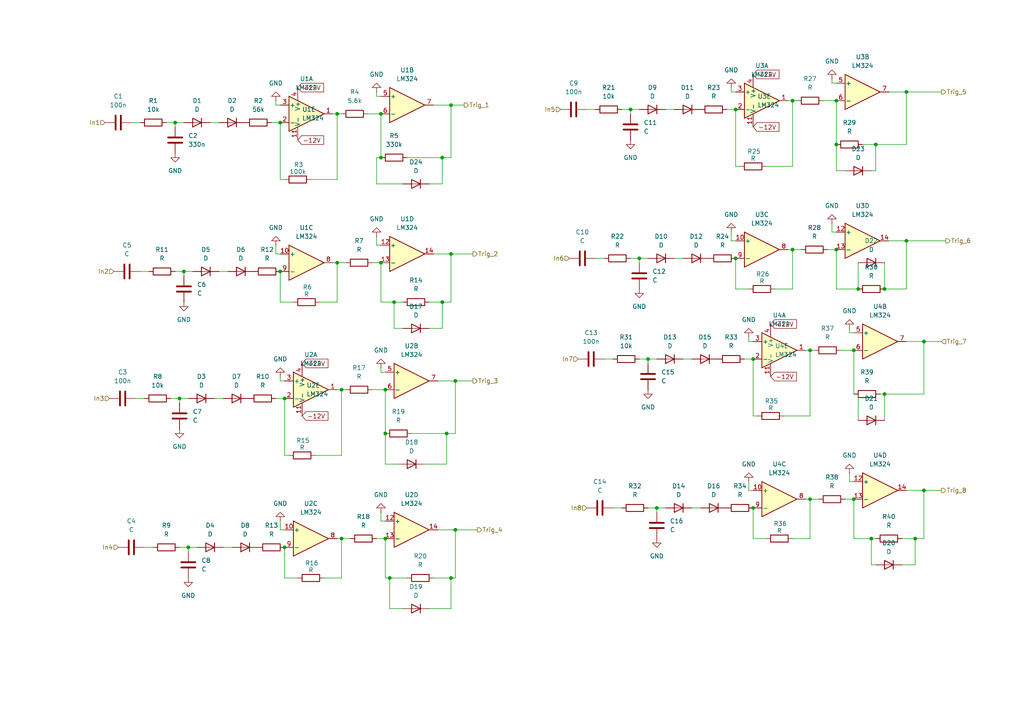
<source format=kicad_sch>
(kicad_sch (version 20231120) (generator "eeschema") (generator_version "8.0")
  (paper "A4")
  (lib_symbols
    (symbol "Amplifier_Operational:LM324" (pin_names (offset 0.127))
      (property "Reference" "U" (at 0 5.08 0))
      (property "Value" "LM324" (at 0 -5.08 0))
      (symbol "LM324_1_1"
        (pin output line (at 7.62 0 180) (length 2.54) (name "~") (number "1"))
        (pin input line (at -7.62 -2.54 0) (length 2.54) (name "-") (number "2"))
        (pin input line (at -7.62 2.54 0) (length 2.54) (name "+") (number "3"))
      )
      (symbol "LM324_2_1"
        (pin input line (at -7.62 2.54 0) (length 2.54) (name "+") (number "5"))
        (pin input line (at -7.62 -2.54 0) (length 2.54) (name "-") (number "6"))
        (pin output line (at 7.62 0 180) (length 2.54) (name "~") (number "7"))
      )
      (symbol "LM324_3_1"
        (pin input line (at -7.62 2.54 0) (length 2.54) (name "+") (number "10"))
        (pin output line (at 7.62 0 180) (length 2.54) (name "~") (number "8"))
        (pin input line (at -7.62 -2.54 0) (length 2.54) (name "-") (number "9"))
      )
      (symbol "LM324_4_1"
        (pin input line (at -7.62 2.54 0) (length 2.54) (name "+") (number "12"))
        (pin input line (at -7.62 -2.54 0) (length 2.54) (name "-") (number "13"))
        (pin output line (at 7.62 0 180) (length 2.54) (name "~") (number "14"))
      )
      (symbol "LM324_5_1"
        (pin power_in line (at -2.54 -7.62 90) (length 3.81) (name "V-") (number "11"))
        (pin power_in line (at -2.54 7.62 270) (length 3.81) (name "V+") (number "4"))
      )
    )
    (symbol "Device:C" (pin_numbers hide) (pin_names (offset 0.254))
      (property "Reference" "C" (at 0.635 2.54 0))
      (property "Value" "C" (at 0.635 -2.54 0))
      (symbol "C_1_1"
        (pin passive line (at 0 3.81 270) (length 2.794) (name "~") (number "1"))
        (pin passive line (at 0 -3.81 90) (length 2.794) (name "~") (number "2"))
      )
    )
    (symbol "Device:D" (pin_numbers hide) (pin_names (offset 1.016) hide)
      (property "Reference" "D" (at 0 2.54 0))
      (property "Value" "D" (at 0 -2.54 0))
      (symbol "D_1_1"
        (pin passive line (at -3.81 0 0) (length 2.54) (name "K") (number "1"))
        (pin passive line (at 3.81 0 180) (length 2.54) (name "A") (number "2"))
      )
    )
    (symbol "Device:R" (pin_numbers hide) (pin_names (offset 0))
      (property "Reference" "R" (at 2.032 0 90))
      (property "Value" "R" (at 0 0 90))
      (symbol "R_1_1"
        (pin passive line (at 0 3.81 270) (length 1.27) (name "~") (number "1"))
        (pin passive line (at 0 -3.81 90) (length 1.27) (name "~") (number "2"))
      )
    )
    (symbol "power:GND" (power) (pin_numbers hide) (pin_names (offset 0) hide)
      (property "Value" "GND" (at 0 -3.81 0))
      (symbol "GND_1_1"
        (pin power_in line (at 0 0 270) (length 0) (name "~") (number "1"))
      )
    )
  )
  (junction (at 99.06 156.21))
  (junction (at 190.5 147.32))
  (junction (at 132.08 110.49))
  (junction (at 256.54 114.3))
  (junction (at 256.54 83.82))
  (junction (at 54.61 158.75))
  (junction (at 247.65 101.6))
  (junction (at 81.28 35.56))
  (junction (at 234.95 144.78))
  (junction (at 132.08 153.67))
  (junction (at 262.89 26.67))
  (junction (at 242.57 41.91))
  (junction (at 99.06 113.03))
  (junction (at 218.44 104.14))
  (junction (at 242.57 29.21))
  (junction (at 82.55 158.75))
  (junction (at 97.79 76.2))
  (junction (at 213.36 31.75))
  (junction (at 229.87 29.21))
  (junction (at 97.79 33.02))
  (junction (at 248.92 83.82))
  (junction (at 111.76 113.03))
  (junction (at 53.34 78.74))
  (junction (at 129.54 125.73))
  (junction (at 52.07 115.57))
  (junction (at 81.28 78.74))
  (junction (at 130.81 73.66))
  (junction (at 110.49 33.02))
  (junction (at 267.97 142.24))
  (junction (at 185.42 74.93))
  (junction (at 182.88 31.75))
  (junction (at 242.57 72.39))
  (junction (at 234.95 101.6))
  (junction (at 265.43 156.21))
  (junction (at 110.49 45.72))
  (junction (at 267.97 99.06))
  (junction (at 128.27 87.63))
  (junction (at 252.73 156.21))
  (junction (at 50.8 35.56))
  (junction (at 111.76 156.21))
  (junction (at 110.49 76.2))
  (junction (at 218.44 147.32))
  (junction (at 262.89 69.85))
  (junction (at 213.36 74.93))
  (junction (at 113.03 167.64))
  (junction (at 130.81 167.64))
  (junction (at 130.81 30.48))
  (junction (at 111.76 125.73))
  (junction (at 187.96 104.14))
  (junction (at 114.3 87.63))
  (junction (at 82.55 115.57))
  (junction (at 229.87 72.39))
  (junction (at 254 41.91))
  (junction (at 128.27 45.72))
  (junction (at 247.65 144.78))
  (wire (pts (xy 128.27 87.63) (xy 128.27 95.25)))
  (wire (pts (xy 124.46 176.53) (xy 130.81 176.53)))
  (wire (pts (xy 261.62 156.21) (xy 265.43 156.21)))
  (wire (pts (xy 218.44 156.21) (xy 222.25 156.21)))
  (wire (pts (xy 110.49 45.72) (xy 110.49 33.02)))
  (wire (pts (xy 60.96 35.56) (xy 63.5 35.56)))
  (wire (pts (xy 170.18 31.75) (xy 172.72 31.75)))
  (wire (pts (xy 250.19 41.91) (xy 254 41.91)))
  (wire (pts (xy 234.95 101.6) (xy 236.22 101.6)))
  (wire (pts (xy 200.66 147.32) (xy 203.2 147.32)))
  (wire (pts (xy 128.27 53.34) (xy 128.27 45.72)))
  (wire (pts (xy 267.97 99.06) (xy 273.05 99.06)))
  (wire (pts (xy 119.38 125.73) (xy 129.54 125.73)))
  (wire (pts (xy 229.87 156.21) (xy 234.95 156.21)))
  (wire (pts (xy 262.89 69.85) (xy 274.32 69.85)))
  (wire (pts (xy 254 49.53) (xy 254 41.91)))
  (wire (pts (xy 80.01 73.66) (xy 81.28 73.66)))
  (wire (pts (xy 109.22 71.12) (xy 109.22 68.58)))
  (wire (pts (xy 254 156.21) (xy 252.73 156.21)))
  (wire (pts (xy 110.49 151.13) (xy 110.49 148.59)))
  (wire (pts (xy 109.22 156.21) (xy 111.76 156.21)))
  (wire (pts (xy 130.81 30.48) (xy 134.62 30.48)))
  (wire (pts (xy 229.87 83.82) (xy 229.87 72.39)))
  (wire (pts (xy 262.89 99.06) (xy 267.97 99.06)))
  (wire (pts (xy 256.54 83.82) (xy 262.89 83.82)))
  (wire (pts (xy 265.43 163.83) (xy 265.43 156.21)))
  (wire (pts (xy 63.5 78.74) (xy 66.04 78.74)))
  (wire (pts (xy 125.73 167.64) (xy 130.81 167.64)))
  (wire (pts (xy 246.38 95.25) (xy 246.38 96.52)))
  (wire (pts (xy 187.96 104.14) (xy 187.96 105.41)))
  (wire (pts (xy 218.44 104.14) (xy 218.44 120.65)))
  (wire (pts (xy 97.79 33.02) (xy 99.06 33.02)))
  (wire (pts (xy 111.76 151.13) (xy 110.49 151.13)))
  (wire (pts (xy 109.22 27.94) (xy 110.49 27.94)))
  (wire (pts (xy 132.08 167.64) (xy 132.08 153.67)))
  (wire (pts (xy 224.79 83.82) (xy 229.87 83.82)))
  (wire (pts (xy 252.73 156.21) (xy 247.65 156.21)))
  (wire (pts (xy 110.49 71.12) (xy 109.22 71.12)))
  (wire (pts (xy 109.22 53.34) (xy 109.22 45.72)))
  (wire (pts (xy 229.87 72.39) (xy 232.41 72.39)))
  (wire (pts (xy 240.03 72.39) (xy 242.57 72.39)))
  (wire (pts (xy 50.8 35.56) (xy 50.8 36.83)))
  (wire (pts (xy 267.97 142.24) (xy 273.05 142.24)))
  (wire (pts (xy 212.09 26.67) (xy 213.36 26.67)))
  (wire (pts (xy 175.26 104.14) (xy 177.8 104.14)))
  (wire (pts (xy 247.65 114.3) (xy 247.65 101.6)))
  (wire (pts (xy 130.81 176.53) (xy 130.81 167.64)))
  (wire (pts (xy 110.49 107.95) (xy 111.76 107.95)))
  (wire (pts (xy 254 41.91) (xy 262.89 41.91)))
  (wire (pts (xy 82.55 167.64) (xy 86.36 167.64)))
  (wire (pts (xy 246.38 96.52) (xy 247.65 96.52)))
  (wire (pts (xy 116.84 53.34) (xy 109.22 53.34)))
  (wire (pts (xy 252.73 163.83) (xy 254 163.83)))
  (wire (pts (xy 218.44 120.65) (xy 219.71 120.65)))
  (wire (pts (xy 81.28 78.74) (xy 81.28 87.63)))
  (wire (pts (xy 246.38 139.7) (xy 246.38 137.16)))
  (wire (pts (xy 257.81 69.85) (xy 262.89 69.85)))
  (wire (pts (xy 234.95 101.6) (xy 233.68 101.6)))
  (wire (pts (xy 242.57 83.82) (xy 248.92 83.82)))
  (wire (pts (xy 213.36 83.82) (xy 217.17 83.82)))
  (wire (pts (xy 256.54 76.2) (xy 256.54 83.82)))
  (wire (pts (xy 97.79 87.63) (xy 97.79 76.2)))
  (wire (pts (xy 80.01 30.48) (xy 81.28 30.48)))
  (wire (pts (xy 109.22 26.67) (xy 109.22 27.94)))
  (wire (pts (xy 212.09 25.4) (xy 212.09 26.67)))
  (wire (pts (xy 114.3 87.63) (xy 114.3 95.25)))
  (wire (pts (xy 228.6 72.39) (xy 229.87 72.39)))
  (wire (pts (xy 261.62 163.83) (xy 265.43 163.83)))
  (wire (pts (xy 217.17 142.24) (xy 218.44 142.24)))
  (wire (pts (xy 241.3 67.31) (xy 241.3 64.77)))
  (wire (pts (xy 81.28 153.67) (xy 82.55 153.67)))
  (wire (pts (xy 132.08 153.67) (xy 138.43 153.67)))
  (wire (pts (xy 262.89 41.91) (xy 262.89 26.67)))
  (wire (pts (xy 116.84 176.53) (xy 113.03 176.53)))
  (wire (pts (xy 185.42 74.93) (xy 187.96 74.93)))
  (wire (pts (xy 248.92 114.3) (xy 248.92 121.92)))
  (wire (pts (xy 125.73 73.66) (xy 130.81 73.66)))
  (wire (pts (xy 97.79 33.02) (xy 96.52 33.02)))
  (wire (pts (xy 247.65 156.21) (xy 247.65 144.78)))
  (wire (pts (xy 82.55 115.57) (xy 82.55 132.08)))
  (wire (pts (xy 39.37 115.57) (xy 41.91 115.57)))
  (wire (pts (xy 229.87 29.21) (xy 228.6 29.21)))
  (wire (pts (xy 107.95 113.03) (xy 111.76 113.03)))
  (wire (pts (xy 222.25 48.26) (xy 229.87 48.26)))
  (wire (pts (xy 130.81 73.66) (xy 137.16 73.66)))
  (wire (pts (xy 81.28 109.22) (xy 81.28 110.49)))
  (wire (pts (xy 256.54 114.3) (xy 256.54 121.92)))
  (wire (pts (xy 81.28 110.49) (xy 82.55 110.49)))
  (wire (pts (xy 245.11 144.78) (xy 247.65 144.78)))
  (wire (pts (xy 38.1 35.56) (xy 40.64 35.56)))
  (wire (pts (xy 198.12 104.14) (xy 200.66 104.14)))
  (wire (pts (xy 242.57 41.91) (xy 242.57 49.53)))
  (wire (pts (xy 229.87 29.21) (xy 231.14 29.21)))
  (wire (pts (xy 256.54 114.3) (xy 267.97 114.3)))
  (wire (pts (xy 210.82 31.75) (xy 213.36 31.75)))
  (wire (pts (xy 90.17 52.07) (xy 97.79 52.07)))
  (wire (pts (xy 92.71 87.63) (xy 97.79 87.63)))
  (wire (pts (xy 110.49 87.63) (xy 110.49 76.2)))
  (wire (pts (xy 106.68 33.02) (xy 110.49 33.02)))
  (wire (pts (xy 78.74 35.56) (xy 81.28 35.56)))
  (wire (pts (xy 190.5 147.32) (xy 193.04 147.32)))
  (wire (pts (xy 229.87 48.26) (xy 229.87 29.21)))
  (wire (pts (xy 255.27 114.3) (xy 256.54 114.3)))
  (wire (pts (xy 245.11 49.53) (xy 242.57 49.53)))
  (wire (pts (xy 242.57 29.21) (xy 242.57 41.91)))
  (wire (pts (xy 118.11 45.72) (xy 128.27 45.72)))
  (wire (pts (xy 50.8 35.56) (xy 53.34 35.56)))
  (wire (pts (xy 213.36 74.93) (xy 213.36 83.82)))
  (wire (pts (xy 97.79 76.2) (xy 100.33 76.2)))
  (wire (pts (xy 172.72 74.93) (xy 175.26 74.93)))
  (wire (pts (xy 124.46 95.25) (xy 128.27 95.25)))
  (wire (pts (xy 130.81 87.63) (xy 130.81 73.66)))
  (wire (pts (xy 97.79 156.21) (xy 99.06 156.21)))
  (wire (pts (xy 213.36 48.26) (xy 214.63 48.26)))
  (wire (pts (xy 252.73 156.21) (xy 252.73 163.83)))
  (wire (pts (xy 262.89 142.24) (xy 267.97 142.24)))
  (wire (pts (xy 234.95 144.78) (xy 237.49 144.78)))
  (wire (pts (xy 132.08 125.73) (xy 132.08 110.49)))
  (wire (pts (xy 124.46 87.63) (xy 128.27 87.63)))
  (wire (pts (xy 267.97 156.21) (xy 267.97 142.24)))
  (wire (pts (xy 127 153.67) (xy 132.08 153.67)))
  (wire (pts (xy 247.65 139.7) (xy 246.38 139.7)))
  (wire (pts (xy 99.06 167.64) (xy 99.06 156.21)))
  (wire (pts (xy 110.49 106.68) (xy 110.49 107.95)))
  (wire (pts (xy 217.17 142.24) (xy 217.17 139.7)))
  (wire (pts (xy 48.26 35.56) (xy 50.8 35.56)))
  (wire (pts (xy 242.57 83.82) (xy 242.57 72.39)))
  (wire (pts (xy 185.42 104.14) (xy 187.96 104.14)))
  (wire (pts (xy 115.57 134.62) (xy 111.76 134.62)))
  (wire (pts (xy 182.88 74.93) (xy 185.42 74.93)))
  (wire (pts (xy 80.01 29.21) (xy 80.01 30.48)))
  (wire (pts (xy 91.44 132.08) (xy 99.06 132.08)))
  (wire (pts (xy 182.88 31.75) (xy 182.88 33.02)))
  (wire (pts (xy 99.06 113.03) (xy 100.33 113.03)))
  (wire (pts (xy 109.22 45.72) (xy 110.49 45.72)))
  (wire (pts (xy 96.52 76.2) (xy 97.79 76.2)))
  (wire (pts (xy 54.61 158.75) (xy 57.15 158.75)))
  (wire (pts (xy 111.76 125.73) (xy 111.76 113.03)))
  (wire (pts (xy 132.08 110.49) (xy 137.16 110.49)))
  (wire (pts (xy 99.06 156.21) (xy 101.6 156.21)))
  (wire (pts (xy 130.81 167.64) (xy 132.08 167.64)))
  (wire (pts (xy 187.96 104.14) (xy 190.5 104.14)))
  (wire (pts (xy 130.81 45.72) (xy 130.81 30.48)))
  (wire (pts (xy 40.64 78.74) (xy 43.18 78.74)))
  (wire (pts (xy 81.28 52.07) (xy 82.55 52.07)))
  (wire (pts (xy 262.89 26.67) (xy 273.05 26.67)))
  (wire (pts (xy 50.8 78.74) (xy 53.34 78.74)))
  (wire (pts (xy 213.36 31.75) (xy 213.36 48.26)))
  (wire (pts (xy 128.27 87.63) (xy 130.81 87.63)))
  (wire (pts (xy 185.42 74.93) (xy 185.42 76.2)))
  (wire (pts (xy 52.07 115.57) (xy 52.07 116.84)))
  (wire (pts (xy 187.96 147.32) (xy 190.5 147.32)))
  (wire (pts (xy 114.3 87.63) (xy 110.49 87.63)))
  (wire (pts (xy 190.5 147.32) (xy 190.5 148.59)))
  (wire (pts (xy 241.3 22.86) (xy 241.3 24.13)))
  (wire (pts (xy 80.01 73.66) (xy 80.01 71.12)))
  (wire (pts (xy 217.17 99.06) (xy 218.44 99.06)))
  (wire (pts (xy 238.76 29.21) (xy 242.57 29.21)))
  (wire (pts (xy 252.73 49.53) (xy 254 49.53)))
  (wire (pts (xy 215.9 104.14) (xy 218.44 104.14)))
  (wire (pts (xy 128.27 45.72) (xy 130.81 45.72)))
  (wire (pts (xy 53.34 78.74) (xy 55.88 78.74)))
  (wire (pts (xy 125.73 30.48) (xy 130.81 30.48)))
  (wire (pts (xy 52.07 115.57) (xy 54.61 115.57)))
  (wire (pts (xy 127 110.49) (xy 132.08 110.49)))
  (wire (pts (xy 118.11 167.64) (xy 113.03 167.64)))
  (wire (pts (xy 54.61 158.75) (xy 54.61 160.02)))
  (wire (pts (xy 99.06 132.08) (xy 99.06 113.03)))
  (wire (pts (xy 180.34 31.75) (xy 182.88 31.75)))
  (wire (pts (xy 113.03 167.64) (xy 113.03 176.53)))
  (wire (pts (xy 262.89 83.82) (xy 262.89 69.85)))
  (wire (pts (xy 107.95 76.2) (xy 110.49 76.2)))
  (wire (pts (xy 233.68 144.78) (xy 234.95 144.78)))
  (wire (pts (xy 64.77 158.75) (xy 67.31 158.75)))
  (wire (pts (xy 116.84 87.63) (xy 114.3 87.63)))
  (wire (pts (xy 217.17 97.79) (xy 217.17 99.06)))
  (wire (pts (xy 80.01 115.57) (xy 82.55 115.57)))
  (wire (pts (xy 177.8 147.32) (xy 180.34 147.32)))
  (wire (pts (xy 193.04 31.75) (xy 195.58 31.75)))
  (wire (pts (xy 212.09 69.85) (xy 212.09 67.31)))
  (wire (pts (xy 82.55 158.75) (xy 82.55 167.64)))
  (wire (pts (xy 52.07 158.75) (xy 54.61 158.75)))
  (wire (pts (xy 111.76 125.73) (xy 111.76 134.62)))
  (wire (pts (xy 267.97 114.3) (xy 267.97 99.06)))
  (wire (pts (xy 265.43 156.21) (xy 267.97 156.21)))
  (wire (pts (xy 93.98 167.64) (xy 99.06 167.64)))
  (wire (pts (xy 111.76 167.64) (xy 111.76 156.21)))
  (wire (pts (xy 113.03 167.64) (xy 111.76 167.64)))
  (wire (pts (xy 81.28 87.63) (xy 85.09 87.63)))
  (wire (pts (xy 49.53 115.57) (xy 52.07 115.57)))
  (wire (pts (xy 129.54 125.73) (xy 132.08 125.73)))
  (wire (pts (xy 243.84 101.6) (xy 247.65 101.6)))
  (wire (pts (xy 234.95 120.65) (xy 234.95 101.6)))
  (wire (pts (xy 99.06 113.03) (xy 97.79 113.03)))
  (wire (pts (xy 124.46 53.34) (xy 128.27 53.34)))
  (wire (pts (xy 81.28 35.56) (xy 81.28 52.07)))
  (wire (pts (xy 82.55 132.08) (xy 83.82 132.08)))
  (wire (pts (xy 248.92 76.2) (xy 248.92 83.82)))
  (wire (pts (xy 227.33 120.65) (xy 234.95 120.65)))
  (wire (pts (xy 123.19 134.62) (xy 129.54 134.62)))
  (wire (pts (xy 212.09 69.85) (xy 213.36 69.85)))
  (wire (pts (xy 97.79 52.07) (xy 97.79 33.02)))
  (wire (pts (xy 182.88 31.75) (xy 185.42 31.75)))
  (wire (pts (xy 62.23 115.57) (xy 64.77 115.57)))
  (wire (pts (xy 129.54 134.62) (xy 129.54 125.73)))
  (wire (pts (xy 81.28 153.67) (xy 81.28 151.13)))
  (wire (pts (xy 116.84 95.25) (xy 114.3 95.25)))
  (wire (pts (xy 53.34 78.74) (xy 53.34 80.01)))
  (wire (pts (xy 242.57 67.31) (xy 241.3 67.31)))
  (wire (pts (xy 257.81 26.67) (xy 262.89 26.67)))
  (wire (pts (xy 195.58 74.93) (xy 198.12 74.93)))
  (wire (pts (xy 218.44 147.32) (xy 218.44 156.21)))
  (wire (pts (xy 234.95 156.21) (xy 234.95 144.78)))
  (wire (pts (xy 41.91 158.75) (xy 44.45 158.75)))
  (wire (pts (xy 241.3 24.13) (xy 242.57 24.13)))
  (global_label "-12V" (shape input) (at 87.63 120.65 0) (property "Intersheetrefs" "${INTERSHEET_REFS}" (effects (hide yes))))
  (global_label "+12V" (shape input) (at 86.36 25.4 0) (property "Intersheetrefs" "${INTERSHEET_REFS}" (effects (hide yes))))
  (global_label "+12V" (shape input) (at 218.44 21.59 0) (property "Intersheetrefs" "${INTERSHEET_REFS}" (effects (hide yes))))
  (global_label "-12V" (shape input) (at 218.44 36.83 0) (property "Intersheetrefs" "${INTERSHEET_REFS}" (effects (hide yes))))
  (global_label "-12V" (shape input) (at 86.36 40.64 0) (property "Intersheetrefs" "${INTERSHEET_REFS}" (effects (hide yes))))
  (global_label "+12V" (shape input) (at 223.52 93.98 0) (property "Intersheetrefs" "${INTERSHEET_REFS}" (effects (hide yes))))
  (global_label "-12V" (shape input) (at 223.52 109.22 0) (property "Intersheetrefs" "${INTERSHEET_REFS}" (effects (hide yes))))
  (global_label "+12V" (shape input) (at 87.63 105.41 0) (property "Intersheetrefs" "${INTERSHEET_REFS}" (effects (hide yes))))
  (hierarchical_label "In6" (shape input) (at 165.1 74.93 180))
  (hierarchical_label "In2" (shape input) (at 33.02 78.74 180))
  (hierarchical_label "Trig_8" (shape output) (at 273.05 142.24 0))
  (hierarchical_label "Trig_5" (shape output) (at 273.05 26.67 0))
  (hierarchical_label "Trig_1" (shape output) (at 134.62 30.48 0))
  (hierarchical_label "Trig_2" (shape output) (at 137.16 73.66 0))
  (hierarchical_label "In1" (shape input) (at 30.48 35.56 180))
  (hierarchical_label "Trig_7" (shape input) (at 273.05 99.06 0))
  (hierarchical_label "In7" (shape input) (at 167.64 104.14 180))
  (hierarchical_label "Trig_3" (shape output) (at 137.16 110.49 0))
  (hierarchical_label "Trig_4" (shape output) (at 138.43 153.67 0))
  (hierarchical_label "In5" (shape input) (at 162.56 31.75 180))
  (hierarchical_label "In3" (shape input) (at 31.75 115.57 180))
  (hierarchical_label "In8" (shape input) (at 170.18 147.32 180))
  (hierarchical_label "Trig_6" (shape output) (at 274.32 69.85 0))
  (hierarchical_label "In4" (shape input) (at 34.29 158.75 180))
  (symbol (lib_id "Device:R") (at 226.06 156.21 90) (unit 1)
    (property "Reference" "R36" (at 226.314 151.892 90))
    (property "Value" "R" (at 226.06 153.924 90))
    (property "Footprint" "Resistor_SMD:R_0603_1608Metric" (effects (hide yes)))
    (property "Description" "Resistor" (effects (hide yes)))
  )
  (symbol (lib_id "Amplifier_Operational:LM324") (at 118.11 30.48 0) (unit 2)
    (property "Reference" "U1" (at 118.11 20.32 0))
    (property "Value" "LM324" (at 118.11 22.86 0))
    (property "Footprint" "Package_DFN_QFN:QFN-16-1EP_3x3mm_P0.5mm_EP1.7x1.7mm" (effects (hide yes)))
    (property "Datasheet" "http://www.ti.com/lit/ds/symlink/lm2902-n.pdf" (effects (hide yes)))
    (property "Description" "Low-Power, Quad-Operational Amplifiers, DIP-14/SOIC-14/SSOP-14" (effects (hide yes)))
  )
  (symbol (lib_id "power:GND") (at 182.88 40.64 0) (unit 1)
    (property "Reference" "#PWR014" (effects (hide yes)))
    (property "Value" "GND" (at 182.88 45.72 0))
    (property "Description" "Power symbol creates a global label with name \"GND\" , ground" (effects (hide yes)))
  )
  (symbol (lib_id "Device:R") (at 246.38 41.91 90) (unit 1)
    (property "Reference" "R29" (at 246.38 35.56 90))
    (property "Value" "R" (at 246.38 38.1 90))
    (property "Footprint" "Resistor_SMD:R_0603_1608Metric" (effects (hide yes)))
    (property "Description" "Resistor" (effects (hide yes)))
  )
  (symbol (lib_id "Device:R") (at 223.52 120.65 90) (unit 1)
    (property "Reference" "R35" (at 223.774 116.332 90))
    (property "Value" "R" (at 223.52 118.364 90))
    (property "Footprint" "Resistor_SMD:R_0603_1608Metric" (effects (hide yes)))
    (property "Description" "Resistor" (effects (hide yes)))
  )
  (symbol (lib_id "Amplifier_Operational:LM324") (at 90.17 113.03 0) (unit 1)
    (property "Reference" "U2" (at 90.17 102.87 0))
    (property "Value" "LM324" (at 90.17 105.41 0))
    (property "Footprint" "Package_DFN_QFN:QFN-16-1EP_3x3mm_P0.5mm_EP1.7x1.7mm" (effects (hide yes)))
    (property "Datasheet" "http://www.ti.com/lit/ds/symlink/lm2902-n.pdf" (effects (hide yes)))
    (property "Description" "Low-Power, Quad-Operational Amplifiers, DIP-14/SOIC-14/SSOP-14" (effects (hide yes)))
  )
  (symbol (lib_id "power:GND") (at 246.38 95.25 180) (unit 1)
    (property "Reference" "#PWR024" (effects (hide yes)))
    (property "Value" "GND" (at 246.38 90.17 0))
    (property "Description" "Power symbol creates a global label with name \"GND\" , ground" (effects (hide yes)))
  )
  (symbol (lib_id "power:GND") (at 217.17 139.7 180) (unit 1)
    (property "Reference" "#PWR023" (effects (hide yes)))
    (property "Value" "GND" (at 217.17 134.62 0))
    (property "Description" "Power symbol creates a global label with name \"GND\" , ground" (effects (hide yes)))
  )
  (symbol (lib_id "Device:D") (at 201.93 74.93 180) (unit 1)
    (property "Reference" "D12" (at 201.93 68.58 0))
    (property "Value" "D" (at 201.93 71.12 0))
    (property "Footprint" "Diode_SMD:D_0603_1608Metric" (effects (hide yes)))
    (property "Description" "Diode" (effects (hide yes)))
    (property "Sim.Device" "D" (effects (hide yes)))
    (property "Sim.Pins" "1=K 2=A" (effects (hide yes)))
  )
  (symbol (lib_id "Device:D") (at 204.47 104.14 180) (unit 1)
    (property "Reference" "D15" (at 204.47 97.79 0))
    (property "Value" "D" (at 204.47 100.33 0))
    (property "Footprint" "Diode_SMD:D_0603_1608Metric" (effects (hide yes)))
    (property "Description" "Diode" (effects (hide yes)))
    (property "Sim.Device" "D" (effects (hide yes)))
    (property "Sim.Pins" "1=K 2=A" (effects (hide yes)))
  )
  (symbol (lib_id "Device:R") (at 115.57 125.73 90) (unit 1)
    (property "Reference" "R19" (at 115.57 119.38 90))
    (property "Value" "R" (at 115.57 121.92 90))
    (property "Footprint" "Resistor_SMD:R_0603_1608Metric" (effects (hide yes)))
    (property "Description" "Resistor" (effects (hide yes)))
  )
  (symbol (lib_id "Device:R") (at 240.03 101.6 90) (unit 1)
    (property "Reference" "R37" (at 240.03 95.25 90))
    (property "Value" "R" (at 240.03 97.79 90))
    (property "Footprint" "Resistor_SMD:R_0603_1608Metric" (effects (hide yes)))
    (property "Description" "Resistor" (effects (hide yes)))
  )
  (symbol (lib_id "Device:R") (at 257.81 156.21 90) (unit 1)
    (property "Reference" "R40" (at 257.81 149.86 90))
    (property "Value" "R" (at 257.81 152.4 90))
    (property "Footprint" "Resistor_SMD:R_0603_1608Metric" (effects (hide yes)))
    (property "Description" "Resistor" (effects (hide yes)))
  )
  (symbol (lib_id "Amplifier_Operational:LM324") (at 119.38 110.49 0) (unit 2)
    (property "Reference" "U2" (at 119.38 100.33 0))
    (property "Value" "LM324" (at 119.38 102.87 0))
    (property "Footprint" "Package_DFN_QFN:QFN-16-1EP_3x3mm_P0.5mm_EP1.7x1.7mm" (effects (hide yes)))
    (property "Datasheet" "http://www.ti.com/lit/ds/symlink/lm2902-n.pdf" (effects (hide yes)))
    (property "Description" "Low-Power, Quad-Operational Amplifiers, DIP-14/SOIC-14/SSOP-14" (effects (hide yes)))
  )
  (symbol (lib_id "Device:D") (at 194.31 104.14 180) (unit 1)
    (property "Reference" "D13" (at 194.31 97.79 0))
    (property "Value" "D" (at 194.31 100.33 0))
    (property "Footprint" "Diode_SMD:D_0603_1608Metric" (effects (hide yes)))
    (property "Description" "Diode" (effects (hide yes)))
    (property "Sim.Device" "D" (effects (hide yes)))
    (property "Sim.Pins" "1=K 2=A" (effects (hide yes)))
  )
  (symbol (lib_id "power:GND") (at 185.42 83.82 0) (unit 1)
    (property "Reference" "#PWR015" (effects (hide yes)))
    (property "Value" "GND" (at 185.42 88.9 0))
    (property "Description" "Power symbol creates a global label with name \"GND\" , ground" (effects (hide yes)))
  )
  (symbol (lib_id "Amplifier_Operational:LM324") (at 250.19 69.85 0) (unit 4)
    (property "Reference" "U3" (at 250.19 59.69 0))
    (property "Value" "LM324" (at 250.19 62.23 0))
    (property "Footprint" "Package_DFN_QFN:QFN-16-1EP_3x3mm_P0.5mm_EP1.7x1.7mm" (effects (hide yes)))
    (property "Datasheet" "http://www.ti.com/lit/ds/symlink/lm2902-n.pdf" (effects (hide yes)))
    (property "Description" "Low-Power, Quad-Operational Amplifiers, DIP-14/SOIC-14/SSOP-14" (effects (hide yes)))
  )
  (symbol (lib_id "Device:D") (at 68.58 115.57 180) (unit 1)
    (property "Reference" "D7" (at 68.58 109.22 0))
    (property "Value" "D" (at 68.58 111.76 0))
    (property "Footprint" "Diode_SMD:D_0603_1608Metric" (effects (hide yes)))
    (property "Description" "Diode" (effects (hide yes)))
    (property "Sim.Device" "D" (effects (hide yes)))
    (property "Sim.Pins" "1=K 2=A" (effects (hide yes)))
  )
  (symbol (lib_id "power:GND") (at 80.01 29.21 180) (unit 1)
    (property "Reference" "#PWR02" (effects (hide yes)))
    (property "Value" "GND" (at 80.01 24.13 0))
    (property "Description" "Power symbol creates a global label with name \"GND\" , ground" (effects (hide yes)))
  )
  (symbol (lib_id "Amplifier_Operational:LM324") (at 220.98 29.21 0) (unit 5)
    (property "Reference" "U3" (at 219.71 27.9399 0) (effects (justify left)))
    (property "Value" "LM324" (at 219.71 30.4799 0) (effects (justify left)))
    (property "Footprint" "Package_DFN_QFN:QFN-16-1EP_3x3mm_P0.5mm_EP1.7x1.7mm" (effects (hide yes)))
    (property "Datasheet" "http://www.ti.com/lit/ds/symlink/lm2902-n.pdf" (effects (hide yes)))
    (property "Description" "Low-Power, Quad-Operational Amplifiers, DIP-14/SOIC-14/SSOP-14" (effects (hide yes)))
  )
  (symbol (lib_id "Amplifier_Operational:LM324") (at 90.17 113.03 0) (unit 5)
    (property "Reference" "U2" (at 88.9 111.7599 0) (effects (justify left)))
    (property "Value" "LM324" (at 88.9 114.2999 0) (effects (justify left)))
    (property "Footprint" "Package_DFN_QFN:QFN-16-1EP_3x3mm_P0.5mm_EP1.7x1.7mm" (effects (hide yes)))
    (property "Datasheet" "http://www.ti.com/lit/ds/symlink/lm2902-n.pdf" (effects (hide yes)))
    (property "Description" "Low-Power, Quad-Operational Amplifiers, DIP-14/SOIC-14/SSOP-14" (effects (hide yes)))
  )
  (symbol (lib_id "power:GND") (at 50.8 44.45 0) (unit 1)
    (property "Reference" "#PWR010" (effects (hide yes)))
    (property "Value" "GND" (at 50.8 49.53 0))
    (property "Description" "Power symbol creates a global label with name \"GND\" , ground" (effects (hide yes)))
  )
  (symbol (lib_id "Device:R") (at 251.46 114.3 90) (unit 1)
    (property "Reference" "R39" (at 251.46 107.95 90))
    (property "Value" "R" (at 251.46 110.49 90))
    (property "Footprint" "Resistor_SMD:R_0603_1608Metric" (effects (hide yes)))
    (property "Description" "Resistor" (effects (hide yes)))
  )
  (symbol (lib_id "Amplifier_Operational:LM324") (at 255.27 99.06 0) (unit 2)
    (property "Reference" "U4" (at 255.27 88.9 0))
    (property "Value" "LM324" (at 255.27 91.44 0))
    (property "Footprint" "Package_DFN_QFN:QFN-16-1EP_3x3mm_P0.5mm_EP1.7x1.7mm" (effects (hide yes)))
    (property "Datasheet" "http://www.ti.com/lit/ds/symlink/lm2902-n.pdf" (effects (hide yes)))
    (property "Description" "Low-Power, Quad-Operational Amplifiers, DIP-14/SOIC-14/SSOP-14" (effects (hide yes)))
  )
  (symbol (lib_id "Device:R") (at 45.72 115.57 90) (unit 1)
    (property "Reference" "R8" (at 45.72 109.22 90))
    (property "Value" "10k" (at 45.72 111.76 90))
    (property "Footprint" "Resistor_SMD:R_0603_1608Metric" (effects (hide yes)))
    (property "Description" "Resistor" (effects (hide yes)))
  )
  (symbol (lib_id "Amplifier_Operational:LM324") (at 226.06 144.78 0) (unit 3)
    (property "Reference" "U4" (at 226.06 134.62 0))
    (property "Value" "LM324" (at 226.06 137.16 0))
    (property "Footprint" "Package_DFN_QFN:QFN-16-1EP_3x3mm_P0.5mm_EP1.7x1.7mm" (effects (hide yes)))
    (property "Datasheet" "http://www.ti.com/lit/ds/symlink/lm2902-n.pdf" (effects (hide yes)))
    (property "Description" "Low-Power, Quad-Operational Amplifiers, DIP-14/SOIC-14/SSOP-14" (effects (hide yes)))
  )
  (symbol (lib_id "Device:D") (at 120.65 95.25 180) (unit 1)
    (property "Reference" "D17" (at 120.65 88.9 0))
    (property "Value" "D" (at 120.65 91.44 0))
    (property "Footprint" "Diode_SMD:D_0603_1608Metric" (effects (hide yes)))
    (property "Description" "Diode" (effects (hide yes)))
    (property "Sim.Device" "D" (effects (hide yes)))
    (property "Sim.Pins" "1=K 2=A" (effects (hide yes)))
  )
  (symbol (lib_id "power:GND") (at 52.07 124.46 0) (unit 1)
    (property "Reference" "#PWR04" (effects (hide yes)))
    (property "Value" "GND" (at 52.07 129.54 0))
    (property "Description" "Power symbol creates a global label with name \"GND\" , ground" (effects (hide yes)))
  )
  (symbol (lib_id "Device:R") (at 218.44 48.26 90) (unit 1)
    (property "Reference" "R25" (at 218.694 43.942 90))
    (property "Value" "R" (at 218.44 45.974 90))
    (property "Footprint" "Resistor_SMD:R_0603_1608Metric" (effects (hide yes)))
    (property "Description" "Resistor" (effects (hide yes)))
  )
  (symbol (lib_id "power:GND") (at 81.28 151.13 180) (unit 1)
    (property "Reference" "#PWR011" (effects (hide yes)))
    (property "Value" "GND" (at 81.28 146.05 0))
    (property "Description" "Power symbol creates a global label with name \"GND\" , ground" (effects (hide yes)))
  )
  (symbol (lib_id "Device:R") (at 86.36 52.07 90) (unit 1)
    (property "Reference" "R3" (at 86.614 47.752 90))
    (property "Value" "100k" (at 86.36 49.784 90))
    (property "Footprint" "Resistor_SMD:R_0603_1608Metric" (effects (hide yes)))
    (property "Description" "Resistor" (effects (hide yes)))
  )
  (symbol (lib_id "Device:R") (at 87.63 132.08 90) (unit 1)
    (property "Reference" "R15" (at 87.884 127.762 90))
    (property "Value" "R" (at 87.63 129.794 90))
    (property "Footprint" "Resistor_SMD:R_0603_1608Metric" (effects (hide yes)))
    (property "Description" "Resistor" (effects (hide yes)))
  )
  (symbol (lib_id "Amplifier_Operational:LM324") (at 88.9 76.2 0) (unit 3)
    (property "Reference" "U1" (at 88.9 66.04 0))
    (property "Value" "LM324" (at 88.9 68.58 0))
    (property "Footprint" "Package_DFN_QFN:QFN-16-1EP_3x3mm_P0.5mm_EP1.7x1.7mm" (effects (hide yes)))
    (property "Datasheet" "http://www.ti.com/lit/ds/symlink/lm2902-n.pdf" (effects (hide yes)))
    (property "Description" "Low-Power, Quad-Operational Amplifiers, DIP-14/SOIC-14/SSOP-14" (effects (hide yes)))
  )
  (symbol (lib_id "Device:C") (at 168.91 74.93 270) (unit 1)
    (property "Reference" "C10" (at 168.91 67.31 90))
    (property "Value" "C" (at 168.91 69.85 90))
    (property "Footprint" "Capacitor_SMD:C_0402_1005Metric" (effects (hide yes)))
    (property "Description" "Unpolarized capacitor" (effects (hide yes)))
  )
  (symbol (lib_id "Device:R") (at 121.92 167.64 90) (unit 1)
    (property "Reference" "R20" (at 121.92 161.29 90))
    (property "Value" "R" (at 121.92 163.83 90))
    (property "Footprint" "Resistor_SMD:R_0603_1608Metric" (effects (hide yes)))
    (property "Description" "Resistor" (effects (hide yes)))
  )
  (symbol (lib_id "Device:R") (at 181.61 104.14 90) (unit 1)
    (property "Reference" "R31" (at 181.61 97.79 90))
    (property "Value" "10k" (at 181.61 100.33 90))
    (property "Footprint" "Resistor_SMD:R_0603_1608Metric" (effects (hide yes)))
    (property "Description" "Resistor" (effects (hide yes)))
  )
  (symbol (lib_id "Device:R") (at 46.99 78.74 90) (unit 1)
    (property "Reference" "R11" (at 46.99 72.39 90))
    (property "Value" "R" (at 46.99 74.93 90))
    (property "Footprint" "Resistor_SMD:R_0603_1608Metric" (effects (hide yes)))
    (property "Description" "Resistor" (effects (hide yes)))
  )
  (symbol (lib_id "Amplifier_Operational:LM324") (at 226.06 101.6 0) (unit 1)
    (property "Reference" "U4" (at 226.06 91.44 0))
    (property "Value" "LM324" (at 226.06 93.98 0))
    (property "Footprint" "Package_DFN_QFN:QFN-16-1EP_3x3mm_P0.5mm_EP1.7x1.7mm" (effects (hide yes)))
    (property "Datasheet" "http://www.ti.com/lit/ds/symlink/lm2902-n.pdf" (effects (hide yes)))
    (property "Description" "Low-Power, Quad-Operational Amplifiers, DIP-14/SOIC-14/SSOP-14" (effects (hide yes)))
  )
  (symbol (lib_id "power:GND") (at 53.34 87.63 0) (unit 1)
    (property "Reference" "#PWR08" (effects (hide yes)))
    (property "Value" "GND" (at 53.34 92.71 0))
    (property "Description" "Power symbol creates a global label with name \"GND\" , ground" (effects (hide yes)))
  )
  (symbol (lib_id "Amplifier_Operational:LM324") (at 88.9 33.02 0) (unit 1)
    (property "Reference" "U1" (at 88.9 22.86 0))
    (property "Value" "LM324" (at 88.9 25.4 0))
    (property "Footprint" "Package_DFN_QFN:QFN-16-1EP_3x3mm_P0.5mm_EP1.7x1.7mm" (effects (hide yes)))
    (property "Datasheet" "http://www.ti.com/lit/ds/symlink/lm2902-n.pdf" (effects (hide yes)))
    (property "Description" "Low-Power, Quad-Operational Amplifiers, DIP-14/SOIC-14/SSOP-14" (effects (hide yes)))
  )
  (symbol (lib_id "power:GND") (at 80.01 71.12 180) (unit 1)
    (property "Reference" "#PWR06" (effects (hide yes)))
    (property "Value" "GND" (at 80.01 66.04 0))
    (property "Description" "Power symbol creates a global label with name \"GND\" , ground" (effects (hide yes)))
  )
  (symbol (lib_id "power:GND") (at 109.22 68.58 180) (unit 1)
    (property "Reference" "#PWR07" (effects (hide yes)))
    (property "Value" "GND" (at 109.22 63.5 0))
    (property "Description" "Power symbol creates a global label with name \"GND\" , ground" (effects (hide yes)))
  )
  (symbol (lib_id "Amplifier_Operational:LM324") (at 226.06 101.6 0) (unit 5)
    (property "Reference" "U4" (at 224.79 100.3299 0) (effects (justify left)))
    (property "Value" "LM324" (at 224.79 102.8699 0) (effects (justify left)))
    (property "Footprint" "Package_DFN_QFN:QFN-16-1EP_3x3mm_P0.5mm_EP1.7x1.7mm" (effects (hide yes)))
    (property "Datasheet" "http://www.ti.com/lit/ds/symlink/lm2902-n.pdf" (effects (hide yes)))
    (property "Description" "Low-Power, Quad-Operational Amplifiers, DIP-14/SOIC-14/SSOP-14" (effects (hide yes)))
  )
  (symbol (lib_id "Amplifier_Operational:LM324") (at 220.98 72.39 0) (unit 3)
    (property "Reference" "U3" (at 220.98 62.23 0))
    (property "Value" "LM324" (at 220.98 64.77 0))
    (property "Footprint" "Package_DFN_QFN:QFN-16-1EP_3x3mm_P0.5mm_EP1.7x1.7mm" (effects (hide yes)))
    (property "Datasheet" "http://www.ti.com/lit/ds/symlink/lm2902-n.pdf" (effects (hide yes)))
    (property "Description" "Low-Power, Quad-Operational Amplifiers, DIP-14/SOIC-14/SSOP-14" (effects (hide yes)))
  )
  (symbol (lib_id "Amplifier_Operational:LM324") (at 250.19 26.67 0) (unit 2)
    (property "Reference" "U3" (at 250.19 16.51 0))
    (property "Value" "LM324" (at 250.19 19.05 0))
    (property "Footprint" "Package_DFN_QFN:QFN-16-1EP_3x3mm_P0.5mm_EP1.7x1.7mm" (effects (hide yes)))
    (property "Datasheet" "http://www.ti.com/lit/ds/symlink/lm2902-n.pdf" (effects (hide yes)))
    (property "Description" "Low-Power, Quad-Operational Amplifiers, DIP-14/SOIC-14/SSOP-14" (effects (hide yes)))
  )
  (symbol (lib_id "Device:D") (at 58.42 115.57 180) (unit 1)
    (property "Reference" "D3" (at 58.42 109.22 0))
    (property "Value" "D" (at 58.42 111.76 0))
    (property "Footprint" "Diode_SMD:D_0603_1608Metric" (effects (hide yes)))
    (property "Description" "Diode" (effects (hide yes)))
    (property "Sim.Device" "D" (effects (hide yes)))
    (property "Sim.Pins" "1=K 2=A" (effects (hide yes)))
  )
  (symbol (lib_id "power:GND") (at 246.38 137.16 180) (unit 1)
    (property "Reference" "#PWR025" (effects (hide yes)))
    (property "Value" "GND" (at 246.38 132.08 0))
    (property "Description" "Power symbol creates a global label with name \"GND\" , ground" (effects (hide yes)))
  )
  (symbol (lib_id "Amplifier_Operational:LM324") (at 255.27 142.24 0) (unit 4)
    (property "Reference" "U4" (at 255.27 132.08 0))
    (property "Value" "LM324" (at 255.27 134.62 0))
    (property "Footprint" "Package_DFN_QFN:QFN-16-1EP_3x3mm_P0.5mm_EP1.7x1.7mm" (effects (hide yes)))
    (property "Datasheet" "http://www.ti.com/lit/ds/symlink/lm2902-n.pdf" (effects (hide yes)))
    (property "Description" "Low-Power, Quad-Operational Amplifiers, DIP-14/SOIC-14/SSOP-14" (effects (hide yes)))
  )
  (symbol (lib_id "Device:D") (at 71.12 158.75 180) (unit 1)
    (property "Reference" "D8" (at 71.12 152.4 0))
    (property "Value" "D" (at 71.12 154.94 0))
    (property "Footprint" "Diode_SMD:D_0603_1608Metric" (effects (hide yes)))
    (property "Description" "Diode" (effects (hide yes)))
    (property "Sim.Device" "D" (effects (hide yes)))
    (property "Sim.Pins" "1=K 2=A" (effects (hide yes)))
  )
  (symbol (lib_id "Device:D") (at 199.39 31.75 180) (unit 1)
    (property "Reference" "D11" (at 199.39 25.4 0))
    (property "Value" "D" (at 199.39 27.94 0))
    (property "Footprint" "Diode_SMD:D_0603_1608Metric" (effects (hide yes)))
    (property "Description" "Diode" (effects (hide yes)))
    (property "Sim.Device" "D" (effects (hide yes)))
    (property "Sim.Pins" "1=K 2=A" (effects (hide yes)))
  )
  (symbol (lib_id "Device:R") (at 212.09 104.14 90) (unit 1)
    (property "Reference" "R33" (at 212.09 97.79 90))
    (property "Value" "R" (at 212.09 100.33 90))
    (property "Footprint" "Resistor_SMD:R_0603_1608Metric" (effects (hide yes)))
    (property "Description" "Resistor" (effects (hide yes)))
  )
  (symbol (lib_id "power:GND") (at 212.09 25.4 180) (unit 1)
    (property "Reference" "#PWR016" (effects (hide yes)))
    (property "Value" "GND" (at 212.09 20.32 0))
    (property "Description" "Power symbol creates a global label with name \"GND\" , ground" (effects (hide yes)))
  )
  (symbol (lib_id "Device:C") (at 171.45 104.14 270) (unit 1)
    (property "Reference" "C13" (at 171.45 96.52 90))
    (property "Value" "100n" (at 171.45 99.06 90))
    (property "Footprint" "Capacitor_SMD:C_0402_1005Metric" (effects (hide yes)))
    (property "Description" "Unpolarized capacitor" (effects (hide yes)))
  )
  (symbol (lib_id "Amplifier_Operational:LM324") (at 119.38 153.67 0) (unit 4)
    (property "Reference" "U2" (at 119.38 143.51 0))
    (property "Value" "LM324" (at 119.38 146.05 0))
    (property "Footprint" "Package_DFN_QFN:QFN-16-1EP_3x3mm_P0.5mm_EP1.7x1.7mm" (effects (hide yes)))
    (property "Datasheet" "http://www.ti.com/lit/ds/symlink/lm2902-n.pdf" (effects (hide yes)))
    (property "Description" "Low-Power, Quad-Operational Amplifiers, DIP-14/SOIC-14/SSOP-14" (effects (hide yes)))
  )
  (symbol (lib_id "Device:D") (at 69.85 78.74 180) (unit 1)
    (property "Reference" "D6" (at 69.85 72.39 0))
    (property "Value" "D" (at 69.85 74.93 0))
    (property "Footprint" "Diode_SMD:D_0603_1608Metric" (effects (hide yes)))
    (property "Description" "Diode" (effects (hide yes)))
    (property "Sim.Device" "D" (effects (hide yes)))
    (property "Sim.Pins" "1=K 2=A" (effects (hide yes)))
  )
  (symbol (lib_id "Device:R") (at 120.65 87.63 90) (unit 1)
    (property "Reference" "R14" (at 120.65 81.28 90))
    (property "Value" "R" (at 120.65 83.82 90))
    (property "Footprint" "Resistor_SMD:R_0603_1608Metric" (effects (hide yes)))
    (property "Description" "Resistor" (effects (hide yes)))
  )
  (symbol (lib_id "Device:R") (at 241.3 144.78 90) (unit 1)
    (property "Reference" "R38" (at 241.3 138.43 90))
    (property "Value" "R" (at 241.3 140.97 90))
    (property "Footprint" "Resistor_SMD:R_0603_1608Metric" (effects (hide yes)))
    (property "Description" "Resistor" (effects (hide yes)))
  )
  (symbol (lib_id "Device:C") (at 34.29 35.56 270) (unit 1)
    (property "Reference" "C1" (at 34.29 27.94 90))
    (property "Value" "100n" (at 34.29 30.48 90))
    (property "Footprint" "Capacitor_SMD:C_0402_1005Metric" (effects (hide yes)))
    (property "Description" "Unpolarized capacitor" (effects (hide yes)))
  )
  (symbol (lib_id "Device:R") (at 176.53 31.75 90) (unit 1)
    (property "Reference" "R21" (at 176.53 25.4 90))
    (property "Value" "10k" (at 176.53 27.94 90))
    (property "Footprint" "Resistor_SMD:R_0603_1608Metric" (effects (hide yes)))
    (property "Description" "Resistor" (effects (hide yes)))
  )
  (symbol (lib_id "Device:R") (at 236.22 72.39 90) (unit 1)
    (property "Reference" "R28" (at 236.22 66.04 90))
    (property "Value" "R" (at 236.22 68.58 90))
    (property "Footprint" "Resistor_SMD:R_0603_1608Metric" (effects (hide yes)))
    (property "Description" "Resistor" (effects (hide yes)))
  )
  (symbol (lib_id "Device:R") (at 214.63 147.32 90) (unit 1)
    (property "Reference" "R34" (at 214.63 140.97 90))
    (property "Value" "R" (at 214.63 143.51 90))
    (property "Footprint" "Resistor_SMD:R_0603_1608Metric" (effects (hide yes)))
    (property "Description" "Resistor" (effects (hide yes)))
  )
  (symbol (lib_id "Device:D") (at 67.31 35.56 180) (unit 1)
    (property "Reference" "D2" (at 67.31 29.21 0))
    (property "Value" "D" (at 67.31 31.75 0))
    (property "Footprint" "Diode_SMD:D_0603_1608Metric" (effects (hide yes)))
    (property "Description" "Diode" (effects (hide yes)))
    (property "Sim.Device" "D" (effects (hide yes)))
    (property "Sim.Pins" "1=K 2=A" (effects (hide yes)))
  )
  (symbol (lib_id "Device:D") (at 57.15 35.56 180) (unit 1)
    (property "Reference" "D1" (at 57.15 29.21 0))
    (property "Value" "D" (at 57.15 31.75 0))
    (property "Footprint" "Diode_SMD:D_0603_1608Metric" (effects (hide yes)))
    (property "Description" "Diode" (effects (hide yes)))
    (property "Sim.Device" "D" (effects (hide yes)))
    (property "Sim.Pins" "1=K 2=A" (effects (hide yes)))
  )
  (symbol (lib_id "Device:R") (at 234.95 29.21 90) (unit 1)
    (property "Reference" "R27" (at 234.95 22.86 90))
    (property "Value" "R" (at 234.95 25.4 90))
    (property "Footprint" "Resistor_SMD:R_0603_1608Metric" (effects (hide yes)))
    (property "Description" "Resistor" (effects (hide yes)))
  )
  (symbol (lib_id "Device:C") (at 50.8 40.64 180) (unit 1)
    (property "Reference" "C2" (at 54.61 39.3699 0) (effects (justify right)))
    (property "Value" "330n" (at 54.61 41.9099 0) (effects (justify right)))
    (property "Footprint" "Capacitor_SMD:C_0402_1005Metric" (effects (hide yes)))
    (property "Description" "Unpolarized capacitor" (effects (hide yes)))
  )
  (symbol (lib_id "power:GND") (at 241.3 22.86 180) (unit 1)
    (property "Reference" "#PWR018" (effects (hide yes)))
    (property "Value" "GND" (at 241.3 17.78 0))
    (property "Description" "Power symbol creates a global label with name \"GND\" , ground" (effects (hide yes)))
  )
  (symbol (lib_id "power:GND") (at 241.3 64.77 180) (unit 1)
    (property "Reference" "#PWR019" (effects (hide yes)))
    (property "Value" "GND" (at 241.3 59.69 0))
    (property "Description" "Power symbol creates a global label with name \"GND\" , ground" (effects (hide yes)))
  )
  (symbol (lib_id "Device:C") (at 182.88 36.83 180) (unit 1)
    (property "Reference" "C11" (at 186.69 35.5599 0) (effects (justify right)))
    (property "Value" "C" (at 186.69 38.0999 0) (effects (justify right)))
    (property "Footprint" "Capacitor_SMD:C_0402_1005Metric" (effects (hide yes)))
    (property "Description" "Unpolarized capacitor" (effects (hide yes)))
  )
  (symbol (lib_id "Device:D") (at 120.65 176.53 180) (unit 1)
    (property "Reference" "D19" (at 120.65 170.18 0))
    (property "Value" "D" (at 120.65 172.72 0))
    (property "Footprint" "Diode_SMD:D_0603_1608Metric" (effects (hide yes)))
    (property "Description" "Diode" (effects (hide yes)))
    (property "Sim.Device" "D" (effects (hide yes)))
    (property "Sim.Pins" "1=K 2=A" (effects (hide yes)))
  )
  (symbol (lib_id "Device:C") (at 35.56 115.57 270) (unit 1)
    (property "Reference" "C3" (at 35.56 107.95 90))
    (property "Value" "100n" (at 35.56 110.49 90))
    (property "Footprint" "Capacitor_SMD:C_0402_1005Metric" (effects (hide yes)))
    (property "Description" "Unpolarized capacitor" (effects (hide yes)))
  )
  (symbol (lib_id "Device:C") (at 190.5 152.4 180) (unit 1)
    (property "Reference" "C16" (at 194.31 151.1299 0) (effects (justify right)))
    (property "Value" "C" (at 194.31 153.6699 0) (effects (justify right)))
    (property "Footprint" "Capacitor_SMD:C_0402_1005Metric" (effects (hide yes)))
    (property "Description" "Unpolarized capacitor" (effects (hide yes)))
  )
  (symbol (lib_id "Device:C") (at 36.83 78.74 270) (unit 1)
    (property "Reference" "C5" (at 36.83 71.12 90))
    (property "Value" "C" (at 36.83 73.66 90))
    (property "Footprint" "Capacitor_SMD:C_0402_1005Metric" (effects (hide yes)))
    (property "Description" "Unpolarized capacitor" (effects (hide yes)))
  )
  (symbol (lib_id "power:GND") (at 190.5 156.21 0) (unit 1)
    (property "Reference" "#PWR021" (effects (hide yes)))
    (property "Value" "GND" (at 190.5 161.29 0))
    (property "Description" "Power symbol creates a global label with name \"GND\" , ground" (effects (hide yes)))
  )
  (symbol (lib_id "Device:D") (at 120.65 53.34 180) (unit 1)
    (property "Reference" "D24" (at 120.65 46.99 0))
    (property "Value" "D" (at 120.65 49.53 0))
    (property "Footprint" "Diode_SMD:D_0603_1608Metric" (effects (hide yes)))
    (property "Description" "Diode" (effects (hide yes)))
    (property "Sim.Device" "D" (effects (hide yes)))
    (property "Sim.Pins" "1=K 2=A" (effects (hide yes)))
  )
  (symbol (lib_id "Device:C") (at 54.61 163.83 180) (unit 1)
    (property "Reference" "C8" (at 58.42 162.5599 0) (effects (justify right)))
    (property "Value" "C" (at 58.42 165.0999 0) (effects (justify right)))
    (property "Footprint" "Capacitor_SMD:C_0402_1005Metric" (effects (hide yes)))
    (property "Description" "Unpolarized capacitor" (effects (hide yes)))
  )
  (symbol (lib_id "Amplifier_Operational:LM324") (at 88.9 33.02 0) (unit 5)
    (property "Reference" "U1" (at 87.63 31.7499 0) (effects (justify left)))
    (property "Value" "LM324" (at 87.63 34.2899 0) (effects (justify left)))
    (property "Footprint" "Package_DFN_QFN:QFN-16-1EP_3x3mm_P0.5mm_EP1.7x1.7mm" (effects (hide yes)))
    (property "Datasheet" "http://www.ti.com/lit/ds/symlink/lm2902-n.pdf" (effects (hide yes)))
    (property "Description" "Low-Power, Quad-Operational Amplifiers, DIP-14/SOIC-14/SSOP-14" (effects (hide yes)))
  )
  (symbol (lib_id "Device:R") (at 220.98 83.82 90) (unit 1)
    (property "Reference" "R26" (at 221.234 79.502 90))
    (property "Value" "R" (at 220.98 81.534 90))
    (property "Footprint" "Resistor_SMD:R_0603_1608Metric" (effects (hide yes)))
    (property "Description" "Resistor" (effects (hide yes)))
  )
  (symbol (lib_id "power:GND") (at 212.09 67.31 180) (unit 1)
    (property "Reference" "#PWR017" (effects (hide yes)))
    (property "Value" "GND" (at 212.09 62.23 0))
    (property "Description" "Power symbol creates a global label with name \"GND\" , ground" (effects (hide yes)))
  )
  (symbol (lib_id "Device:R") (at 104.14 76.2 90) (unit 1)
    (property "Reference" "R7" (at 104.14 69.85 90))
    (property "Value" "R" (at 104.14 72.39 90))
    (property "Footprint" "Resistor_SMD:R_0603_1608Metric" (effects (hide yes)))
    (property "Description" "Resistor" (effects (hide yes)))
  )
  (symbol (lib_id "Amplifier_Operational:LM324") (at 118.11 73.66 0) (unit 4)
    (property "Reference" "U1" (at 118.11 63.5 0))
    (property "Value" "LM324" (at 118.11 66.04 0))
    (property "Footprint" "Package_DFN_QFN:QFN-16-1EP_3x3mm_P0.5mm_EP1.7x1.7mm" (effects (hide yes)))
    (property "Datasheet" "http://www.ti.com/lit/ds/symlink/lm2902-n.pdf" (effects (hide yes)))
    (property "Description" "Low-Power, Quad-Operational Amplifiers, DIP-14/SOIC-14/SSOP-14" (effects (hide yes)))
  )
  (symbol (lib_id "power:GND") (at 81.28 109.22 180) (unit 1)
    (property "Reference" "#PWR09" (effects (hide yes)))
    (property "Value" "GND" (at 81.28 104.14 0))
    (property "Description" "Power symbol creates a global label with name \"GND\" , ground" (effects (hide yes)))
  )
  (symbol (lib_id "Device:R") (at 90.17 167.64 90) (unit 1)
    (property "Reference" "R16" (at 90.424 163.322 90))
    (property "Value" "R" (at 90.17 165.354 90))
    (property "Footprint" "Resistor_SMD:R_0603_1608Metric" (effects (hide yes)))
    (property "Description" "Resistor" (effects (hide yes)))
  )
  (symbol (lib_id "Device:C") (at 38.1 158.75 270) (unit 1)
    (property "Reference" "C4" (at 38.1 151.13 90))
    (property "Value" "C" (at 38.1 153.67 90))
    (property "Footprint" "Capacitor_SMD:C_0402_1005Metric" (effects (hide yes)))
    (property "Description" "Unpolarized capacitor" (effects (hide yes)))
  )
  (symbol (lib_id "Device:R") (at 76.2 115.57 90) (unit 1)
    (property "Reference" "R10" (at 76.2 109.22 90))
    (property "Value" "R" (at 76.2 111.76 90))
    (property "Footprint" "Resistor_SMD:R_0603_1608Metric" (effects (hide yes)))
    (property "Description" "Resistor" (effects (hide yes)))
  )
  (symbol (lib_id "Device:D") (at 207.01 147.32 180) (unit 1)
    (property "Reference" "D16" (at 207.01 140.97 0))
    (property "Value" "D" (at 207.01 143.51 0))
    (property "Footprint" "Diode_SMD:D_0603_1608Metric" (effects (hide yes)))
    (property "Description" "Diode" (effects (hide yes)))
    (property "Sim.Device" "D" (effects (hide yes)))
    (property "Sim.Pins" "1=K 2=A" (effects (hide yes)))
  )
  (symbol (lib_id "Device:R") (at 184.15 147.32 90) (unit 1)
    (property "Reference" "R32" (at 184.15 140.97 90))
    (property "Value" "R" (at 184.15 143.51 90))
    (property "Footprint" "Resistor_SMD:R_0603_1608Metric" (effects (hide yes)))
    (property "Description" "Resistor" (effects (hide yes)))
  )
  (symbol (lib_id "Device:R") (at 44.45 35.56 90) (unit 1)
    (property "Reference" "R1" (at 44.45 29.21 90))
    (property "Value" "10k" (at 44.45 31.75 90))
    (property "Footprint" "Resistor_SMD:R_0603_1608Metric" (effects (hide yes)))
    (property "Description" "Resistor" (effects (hide yes)))
  )
  (symbol (lib_id "Device:C") (at 185.42 80.01 180) (unit 1)
    (property "Reference" "C12" (at 189.23 78.7399 0) (effects (justify right)))
    (property "Value" "C" (at 189.23 81.2799 0) (effects (justify right)))
    (property "Footprint" "Capacitor_SMD:C_0402_1005Metric" (effects (hide yes)))
    (property "Description" "Unpolarized capacitor" (effects (hide yes)))
  )
  (symbol (lib_id "Device:D") (at 252.73 121.92 180) (unit 1)
    (property "Reference" "D21" (at 252.73 115.57 0))
    (property "Value" "D" (at 252.73 118.11 0))
    (property "Footprint" "Diode_SMD:D_0603_1608Metric" (effects (hide yes)))
    (property "Description" "Diode" (effects (hide yes)))
    (property "Sim.Device" "D" (effects (hide yes)))
    (property "Sim.Pins" "1=K 2=A" (effects (hide yes)))
  )
  (symbol (lib_id "Device:R") (at 78.74 158.75 90) (unit 1)
    (property "Reference" "R13" (at 78.74 152.4 90))
    (property "Value" "R" (at 78.74 154.94 90))
    (property "Footprint" "Resistor_SMD:R_0603_1608Metric" (effects (hide yes)))
    (property "Description" "Resistor" (effects (hide yes)))
  )
  (symbol (lib_id "Device:D") (at 196.85 147.32 180) (unit 1)
    (property "Reference" "D14" (at 196.85 140.97 0))
    (property "Value" "D" (at 196.85 143.51 0))
    (property "Footprint" "Diode_SMD:D_0603_1608Metric" (effects (hide yes)))
    (property "Description" "Diode" (effects (hide yes)))
    (property "Sim.Device" "D" (effects (hide yes)))
    (property "Sim.Pins" "1=K 2=A" (effects (hide yes)))
  )
  (symbol (lib_id "Device:R") (at 74.93 35.56 90) (unit 1)
    (property "Reference" "R2" (at 74.93 29.21 90))
    (property "Value" "56k" (at 74.93 31.75 90))
    (property "Footprint" "Resistor_SMD:R_0603_1608Metric" (effects (hide yes)))
    (property "Description" "Resistor" (effects (hide yes)))
  )
  (symbol (lib_id "Amplifier_Operational:LM324") (at 220.98 29.21 0) (unit 1)
    (property "Reference" "U3" (at 220.98 19.05 0))
    (property "Value" "LM324" (at 220.98 21.59 0))
    (property "Footprint" "Package_DFN_QFN:QFN-16-1EP_3x3mm_P0.5mm_EP1.7x1.7mm" (effects (hide yes)))
    (property "Datasheet" "http://www.ti.com/lit/ds/symlink/lm2902-n.pdf" (effects (hide yes)))
    (property "Description" "Low-Power, Quad-Operational Amplifiers, DIP-14/SOIC-14/SSOP-14" (effects (hide yes)))
  )
  (symbol (lib_id "Device:R") (at 77.47 78.74 90) (unit 1)
    (property "Reference" "R12" (at 77.47 72.39 90))
    (property "Value" "R" (at 77.47 74.93 90))
    (property "Footprint" "Resistor_SMD:R_0603_1608Metric" (effects (hide yes)))
    (property "Description" "Resistor" (effects (hide yes)))
  )
  (symbol (lib_id "Device:R") (at 48.26 158.75 90) (unit 1)
    (property "Reference" "R9" (at 48.26 152.4 90))
    (property "Value" "R" (at 48.26 154.94 90))
    (property "Footprint" "Resistor_SMD:R_0603_1608Metric" (effects (hide yes)))
    (property "Description" "Resistor" (effects (hide yes)))
  )
  (symbol (lib_id "Device:D") (at 248.92 49.53 180) (unit 1)
    (property "Reference" "D23" (at 248.92 43.18 0))
    (property "Value" "D" (at 248.92 45.72 0))
    (property "Footprint" "Diode_SMD:D_0603_1608Metric" (effects (hide yes)))
    (property "Description" "Diode" (effects (hide yes)))
    (property "Sim.Device" "D" (effects (hide yes)))
    (property "Sim.Pins" "1=K 2=A" (effects (hide yes)))
  )
  (symbol (lib_id "Device:D") (at 189.23 31.75 180) (unit 1)
    (property "Reference" "D9" (at 189.23 25.4 0))
    (property "Value" "D" (at 189.23 27.94 0))
    (property "Footprint" "Diode_SMD:D_0603_1608Metric" (effects (hide yes)))
    (property "Description" "Diode" (effects (hide yes)))
    (property "Sim.Device" "D" (effects (hide yes)))
    (property "Sim.Pins" "1=K 2=A" (effects (hide yes)))
  )
  (symbol (lib_id "Device:R") (at 105.41 156.21 90) (unit 1)
    (property "Reference" "R18" (at 105.41 149.86 90))
    (property "Value" "R" (at 105.41 152.4 90))
    (property "Footprint" "Resistor_SMD:R_0603_1608Metric" (effects (hide yes)))
    (property "Description" "Resistor" (effects (hide yes)))
  )
  (symbol (lib_id "Device:R") (at 104.14 113.03 90) (unit 1)
    (property "Reference" "R17" (at 104.14 106.68 90))
    (property "Value" "R" (at 104.14 109.22 90))
    (property "Footprint" "Resistor_SMD:R_0603_1608Metric" (effects (hide yes)))
    (property "Description" "Resistor" (effects (hide yes)))
  )
  (symbol (lib_id "power:GND") (at 110.49 106.68 180) (unit 1)
    (property "Reference" "#PWR012" (effects (hide yes)))
    (property "Value" "GND" (at 110.49 101.6 0))
    (property "Description" "Power symbol creates a global label with name \"GND\" , ground" (effects (hide yes)))
  )
  (symbol (lib_id "Device:D") (at 257.81 163.83 180) (unit 1)
    (property "Reference" "D20" (at 257.81 157.48 0))
    (property "Value" "D" (at 257.81 160.02 0))
    (property "Footprint" "Diode_SMD:D_0603_1608Metric" (effects (hide yes)))
    (property "Description" "Diode" (effects (hide yes)))
    (property "Sim.Device" "D" (effects (hide yes)))
    (property "Sim.Pins" "1=K 2=A" (effects (hide yes)))
  )
  (symbol (lib_id "Device:R") (at 252.73 83.82 90) (unit 1)
    (property "Reference" "R30" (at 252.73 77.47 90))
    (property "Value" "R" (at 252.73 80.01 90))
    (property "Footprint" "Resistor_SMD:R_0603_1608Metric" (effects (hide yes)))
    (property "Description" "Resistor" (effects (hide yes)))
  )
  (symbol (lib_id "Device:D") (at 59.69 78.74 180) (unit 1)
    (property "Reference" "D5" (at 59.69 72.39 0))
    (property "Value" "D" (at 59.69 74.93 0))
    (property "Footprint" "Diode_SMD:D_0603_1608Metric" (effects (hide yes)))
    (property "Description" "Diode" (effects (hide yes)))
    (property "Sim.Device" "D" (effects (hide yes)))
    (property "Sim.Pins" "1=K 2=A" (effects (hide yes)))
  )
  (symbol (lib_id "Device:D") (at 191.77 74.93 180) (unit 1)
    (property "Reference" "D10" (at 191.77 68.58 0))
    (property "Value" "D" (at 191.77 71.12 0))
    (property "Footprint" "Diode_SMD:D_0603_1608Metric" (effects (hide yes)))
    (property "Description" "Diode" (effects (hide yes)))
    (property "Sim.Device" "D" (effects (hide yes)))
    (property "Sim.Pins" "1=K 2=A" (effects (hide yes)))
  )
  (symbol (lib_id "Device:C") (at 173.99 147.32 270) (unit 1)
    (property "Reference" "C14" (at 173.99 139.7 90))
    (property "Value" "C" (at 173.99 142.24 90))
    (property "Footprint" "Capacitor_SMD:C_0402_1005Metric" (effects (hide yes)))
    (property "Description" "Unpolarized capacitor" (effects (hide yes)))
  )
  (symbol (lib_id "Device:D") (at 60.96 158.75 180) (unit 1)
    (property "Reference" "D4" (at 60.96 152.4 0))
    (property "Value" "D" (at 60.96 154.94 0))
    (property "Footprint" "Diode_SMD:D_0603_1608Metric" (effects (hide yes)))
    (property "Description" "Diode" (effects (hide yes)))
    (property "Sim.Device" "D" (effects (hide yes)))
    (property "Sim.Pins" "1=K 2=A" (effects (hide yes)))
  )
  (symbol (lib_id "power:GND") (at 109.22 26.67 180) (unit 1)
    (property "Reference" "#PWR03" (effects (hide yes)))
    (property "Value" "GND" (at 109.22 21.59 0))
    (property "Description" "Power symbol creates a global label with name \"GND\" , ground" (effects (hide yes)))
  )
  (symbol (lib_id "Device:R") (at 179.07 74.93 90) (unit 1)
    (property "Reference" "R22" (at 179.07 68.58 90))
    (property "Value" "R" (at 179.07 71.12 90))
    (property "Footprint" "Resistor_SMD:R_0603_1608Metric" (effects (hide yes)))
    (property "Description" "Resistor" (effects (hide yes)))
  )
  (symbol (lib_id "Device:R") (at 114.3 45.72 90) (unit 1)
    (property "Reference" "R5" (at 114.3 39.37 90))
    (property "Value" "330k" (at 114.3 41.91 90))
    (property "Footprint" "Resistor_SMD:R_0603_1608Metric" (effects (hide yes)))
    (property "Description" "Resistor" (effects (hide yes)))
  )
  (symbol (lib_id "Device:R") (at 88.9 87.63 90) (unit 1)
    (property "Reference" "R6" (at 89.154 83.312 90))
    (property "Value" "R" (at 88.9 85.344 90))
    (property "Footprint" "Resistor_SMD:R_0603_1608Metric" (effects (hide yes)))
    (property "Description" "Resistor" (effects (hide yes)))
  )
  (symbol (lib_id "Device:D") (at 119.38 134.62 180) (unit 1)
    (property "Reference" "D18" (at 119.38 128.27 0))
    (property "Value" "D" (at 119.38 130.81 0))
    (property "Footprint" "Diode_SMD:D_0603_1608Metric" (effects (hide yes)))
    (property "Description" "Diode" (effects (hide yes)))
    (property "Sim.Device" "D" (effects (hide yes)))
    (property "Sim.Pins" "1=K 2=A" (effects (hide yes)))
  )
  (symbol (lib_id "power:GND") (at 54.61 167.64 0) (unit 1)
    (property "Reference" "#PWR05" (effects (hide yes)))
    (property "Value" "GND" (at 54.61 172.72 0))
    (property "Description" "Power symbol creates a global label with name \"GND\" , ground" (effects (hide yes)))
  )
  (symbol (lib_id "Device:C") (at 52.07 120.65 180) (unit 1)
    (property "Reference" "C7" (at 55.88 119.3799 0) (effects (justify right)))
    (property "Value" "C" (at 55.88 121.9199 0) (effects (justify right)))
    (property "Footprint" "Capacitor_SMD:C_0402_1005Metric" (effects (hide yes)))
    (property "Description" "Unpolarized capacitor" (effects (hide yes)))
  )
  (symbol (lib_id "Device:C") (at 187.96 109.22 180) (unit 1)
    (property "Reference" "C15" (at 191.77 107.9499 0) (effects (justify right)))
    (property "Value" "C" (at 191.77 110.4899 0) (effects (justify right)))
    (property "Footprint" "Capacitor_SMD:C_0402_1005Metric" (effects (hide yes)))
    (property "Description" "Unpolarized capacitor" (effects (hide yes)))
  )
  (symbol (lib_id "Device:C") (at 53.34 83.82 180) (unit 1)
    (property "Reference" "C6" (at 57.15 82.5499 0) (effects (justify right)))
    (property "Value" "C" (at 57.15 85.0899 0) (effects (justify right)))
    (property "Footprint" "Capacitor_SMD:C_0402_1005Metric" (effects (hide yes)))
    (property "Description" "Unpolarized capacitor" (effects (hide yes)))
  )
  (symbol (lib_id "Device:C") (at 166.37 31.75 270) (unit 1)
    (property "Reference" "C9" (at 166.37 24.13 90))
    (property "Value" "100n" (at 166.37 26.67 90))
    (property "Footprint" "Capacitor_SMD:C_0402_1005Metric" (effects (hide yes)))
    (property "Description" "Unpolarized capacitor" (effects (hide yes)))
  )
  (symbol (lib_id "Amplifier_Operational:LM324") (at 90.17 156.21 0) (unit 3)
    (property "Reference" "U2" (at 90.17 146.05 0))
    (property "Value" "LM324" (at 90.17 148.59 0))
    (property "Footprint" "Package_DFN_QFN:QFN-16-1EP_3x3mm_P0.5mm_EP1.7x1.7mm" (effects (hide yes)))
    (property "Datasheet" "http://www.ti.com/lit/ds/symlink/lm2902-n.pdf" (effects (hide yes)))
    (property "Description" "Low-Power, Quad-Operational Amplifiers, DIP-14/SOIC-14/SSOP-14" (effects (hide yes)))
  )
  (symbol (lib_id "power:GND") (at 217.17 97.79 180) (unit 1)
    (property "Reference" "#PWR022" (effects (hide yes)))
    (property "Value" "GND" (at 217.17 92.71 0))
    (property "Description" "Power symbol creates a global label with name \"GND\" , ground" (effects (hide yes)))
  )
  (symbol (lib_id "power:GND") (at 187.96 113.03 0) (unit 1)
    (property "Reference" "#PWR020" (effects (hide yes)))
    (property "Value" "GND" (at 187.96 118.11 0))
    (property "Description" "Power symbol creates a global label with name \"GND\" , ground" (effects (hide yes)))
  )
  (symbol (lib_id "Device:R") (at 209.55 74.93 90) (unit 1)
    (property "Reference" "R24" (at 209.55 68.58 90))
    (property "Value" "R" (at 209.55 71.12 90))
    (property "Footprint" "Resistor_SMD:R_0603_1608Metric" (effects (hide yes)))
    (property "Description" "Resistor" (effects (hide yes)))
  )
  (symbol (lib_id "Device:R") (at 102.87 33.02 90) (unit 1)
    (property "Reference" "R4" (at 102.87 26.67 90))
    (property "Value" "5.6k" (at 102.87 29.21 90))
    (property "Footprint" "Resistor_SMD:R_0603_1608Metric" (effects (hide yes)))
    (property "Description" "Resistor" (effects (hide yes)))
  )
  (symbol (lib_id "Device:D") (at 252.73 76.2 180) (unit 1)
    (property "Reference" "D22" (at 252.73 69.85 0))
    (property "Value" "D" (at 252.73 72.39 0))
    (property "Footprint" "Diode_SMD:D_0603_1608Metric" (effects (hide yes)))
    (property "Description" "Diode" (effects (hide yes)))
    (property "Sim.Device" "D" (effects (hide yes)))
    (property "Sim.Pins" "1=K 2=A" (effects (hide yes)))
  )
  (symbol (lib_id "Device:R") (at 207.01 31.75 90) (unit 1)
    (property "Reference" "R23" (at 207.01 25.4 90))
    (property "Value" "R" (at 207.01 27.94 90))
    (property "Footprint" "Resistor_SMD:R_0603_1608Metric" (effects (hide yes)))
    (property "Description" "Resistor" (effects (hide yes)))
  )
  (symbol (lib_id "power:GND") (at 110.49 148.59 180) (unit 1)
    (property "Reference" "#PWR013" (effects (hide yes)))
    (property "Value" "GND" (at 110.49 143.51 0))
    (property "Description" "Power symbol creates a global label with name \"GND\" , ground" (effects (hide yes)))
  )
)
</source>
